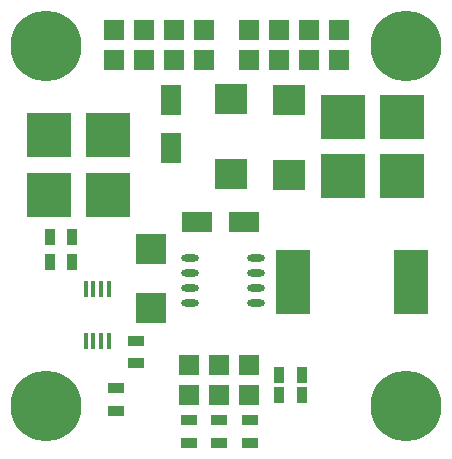
<source format=gbr>
G04 #@! TF.FileFunction,Soldermask,Bot*
%FSLAX46Y46*%
G04 Gerber Fmt 4.6, Leading zero omitted, Abs format (unit mm)*
G04 Created by KiCad (PCBNEW 0.201412101631+5319~19~ubuntu14.04.1-product) date St 10. prosinec 2014, 23:05:16 CET*
%MOMM*%
G01*
G04 APERTURE LIST*
%ADD10C,0.100000*%
%ADD11R,1.651000X1.651000*%
%ADD12C,6.000000*%
%ADD13R,3.000000X5.500000*%
%ADD14R,3.810000X3.810000*%
%ADD15R,2.499360X2.550160*%
%ADD16R,1.397000X0.889000*%
%ADD17R,0.889000X1.397000*%
%ADD18R,2.700020X2.550160*%
%ADD19R,1.800860X2.499360*%
%ADD20R,2.499360X1.800860*%
%ADD21O,1.473200X0.609600*%
%ADD22R,0.450000X1.450000*%
G04 APERTURE END LIST*
D10*
D11*
X15875000Y34417000D03*
X15875000Y36957000D03*
X10795000Y34417000D03*
X13335000Y34417000D03*
X18415000Y34417000D03*
X18415000Y36957000D03*
X13335000Y36957000D03*
X10795000Y36957000D03*
X22288500Y6032500D03*
X22288500Y8572500D03*
X19748500Y6032500D03*
X19748500Y8572500D03*
X17208500Y6032500D03*
X17208500Y8572500D03*
X24765000Y36957000D03*
X24765000Y34417000D03*
X29845000Y36957000D03*
X27305000Y36957000D03*
X22225000Y36957000D03*
X22225000Y34417000D03*
X27305000Y34417000D03*
X29845000Y34417000D03*
D12*
X35560000Y5080000D03*
X5080000Y35560000D03*
X5080000Y5080000D03*
X35560000Y35560000D03*
D13*
X25988000Y15621000D03*
X35988000Y15621000D03*
D14*
X35226000Y29591000D03*
X30226000Y29591000D03*
X35226000Y24574500D03*
X30226000Y24574500D03*
X5350500Y28003500D03*
X10350500Y28003500D03*
X5350500Y22987000D03*
X10350500Y22987000D03*
D15*
X13970000Y18399760D03*
X13970000Y13350240D03*
D16*
X12700000Y10604500D03*
X12700000Y8699500D03*
D17*
X5397500Y17272000D03*
X7302500Y17272000D03*
X26733500Y6045200D03*
X24828500Y6045200D03*
D16*
X10985500Y6604000D03*
X10985500Y4699000D03*
D18*
X25654000Y30988000D03*
X25654000Y24638000D03*
X20701000Y31115000D03*
X20701000Y24765000D03*
D19*
X15621000Y26957020D03*
X15621000Y30954980D03*
D20*
X17813020Y20701000D03*
X21810980Y20701000D03*
D21*
X17272000Y13843000D03*
X17272000Y15113000D03*
X17272000Y16383000D03*
X17272000Y17653000D03*
X22860000Y17653000D03*
X22860000Y16383000D03*
X22860000Y15113000D03*
X22860000Y13843000D03*
D17*
X5397500Y19431000D03*
X7302500Y19431000D03*
D16*
X19685000Y3873500D03*
X19685000Y1968500D03*
D17*
X26733500Y7747000D03*
X24828500Y7747000D03*
D16*
X17145000Y3873500D03*
X17145000Y1968500D03*
X22352000Y3873500D03*
X22352000Y1968500D03*
D22*
X10373000Y10627000D03*
X9723000Y10627000D03*
X9073000Y10627000D03*
X8423000Y10627000D03*
X8423000Y15027000D03*
X9073000Y15027000D03*
X9723000Y15027000D03*
X10373000Y15027000D03*
M02*

</source>
